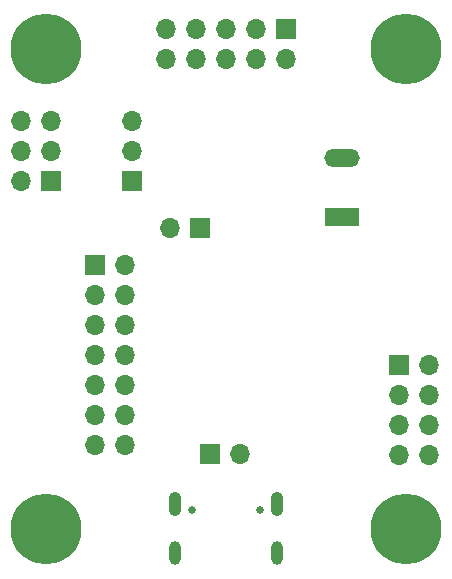
<source format=gbr>
%TF.GenerationSoftware,KiCad,Pcbnew,7.0.7-7.0.7~ubuntu23.04.1*%
%TF.CreationDate,2023-08-23T21:32:52+00:00*%
%TF.ProjectId,USBPDSINK01,55534250-4453-4494-9e4b-30312e6b6963,rev?*%
%TF.SameCoordinates,Original*%
%TF.FileFunction,Soldermask,Top*%
%TF.FilePolarity,Negative*%
%FSLAX46Y46*%
G04 Gerber Fmt 4.6, Leading zero omitted, Abs format (unit mm)*
G04 Created by KiCad (PCBNEW 7.0.7-7.0.7~ubuntu23.04.1) date 2023-08-23 21:32:52*
%MOMM*%
%LPD*%
G01*
G04 APERTURE LIST*
%ADD10R,3.000000X1.500000*%
%ADD11O,3.000000X1.500000*%
%ADD12C,6.000000*%
%ADD13R,1.700000X1.700000*%
%ADD14O,1.700000X1.700000*%
%ADD15C,0.650000*%
%ADD16O,1.000000X2.000000*%
%ADD17O,1.050000X2.100000*%
G04 APERTURE END LIST*
D10*
%TO.C,J7*%
X35200000Y36600000D03*
D11*
X35200000Y41600000D03*
%TD*%
D12*
%TO.C,M3*%
X10160000Y10160000D03*
%TD*%
D13*
%TO.C,J2*%
X30475000Y52500000D03*
D14*
X30475000Y49960000D03*
X27935000Y52500000D03*
X27935000Y49960000D03*
X25395000Y52500000D03*
X25395000Y49960000D03*
X22855000Y52500000D03*
X22855000Y49960000D03*
X20315000Y52500000D03*
X20315000Y49960000D03*
%TD*%
D13*
%TO.C,JP3*%
X17400000Y39675000D03*
D14*
X17400000Y42215000D03*
X17400000Y44755000D03*
%TD*%
D13*
%TO.C,J4*%
X10600000Y39655000D03*
D14*
X8060000Y39655000D03*
X10600000Y42195000D03*
X8060000Y42195000D03*
X10600000Y44735000D03*
X8060000Y44735000D03*
%TD*%
D13*
%TO.C,J5*%
X24000000Y16570000D03*
D14*
X26540000Y16570000D03*
%TD*%
D12*
%TO.C,M2*%
X40640000Y50800000D03*
%TD*%
%TO.C,M1*%
X10160000Y50800000D03*
%TD*%
D13*
%TO.C,J3*%
X40000000Y24100000D03*
D14*
X42540000Y24100000D03*
X40000000Y21560000D03*
X42540000Y21560000D03*
X40000000Y19020000D03*
X42540000Y19020000D03*
X40000000Y16480000D03*
X42540000Y16480000D03*
%TD*%
D13*
%TO.C,J6*%
X14255000Y32525000D03*
D14*
X16795000Y32525000D03*
X14255000Y29985000D03*
X16795000Y29985000D03*
X14255000Y27445000D03*
X16795000Y27445000D03*
X14255000Y24905000D03*
X16795000Y24905000D03*
X14255000Y22365000D03*
X16795000Y22365000D03*
X14255000Y19825000D03*
X16795000Y19825000D03*
X14255000Y17285000D03*
X16795000Y17285000D03*
%TD*%
D12*
%TO.C,M4*%
X40640000Y10160000D03*
%TD*%
D13*
%TO.C,JP1*%
X23150000Y35650000D03*
D14*
X20610000Y35650000D03*
%TD*%
D15*
%TO.C,J1*%
X28290000Y11815000D03*
X22510000Y11815000D03*
D16*
X29720000Y8135000D03*
X21080000Y8135000D03*
D17*
X29720000Y12315000D03*
X21080000Y12315000D03*
%TD*%
M02*

</source>
